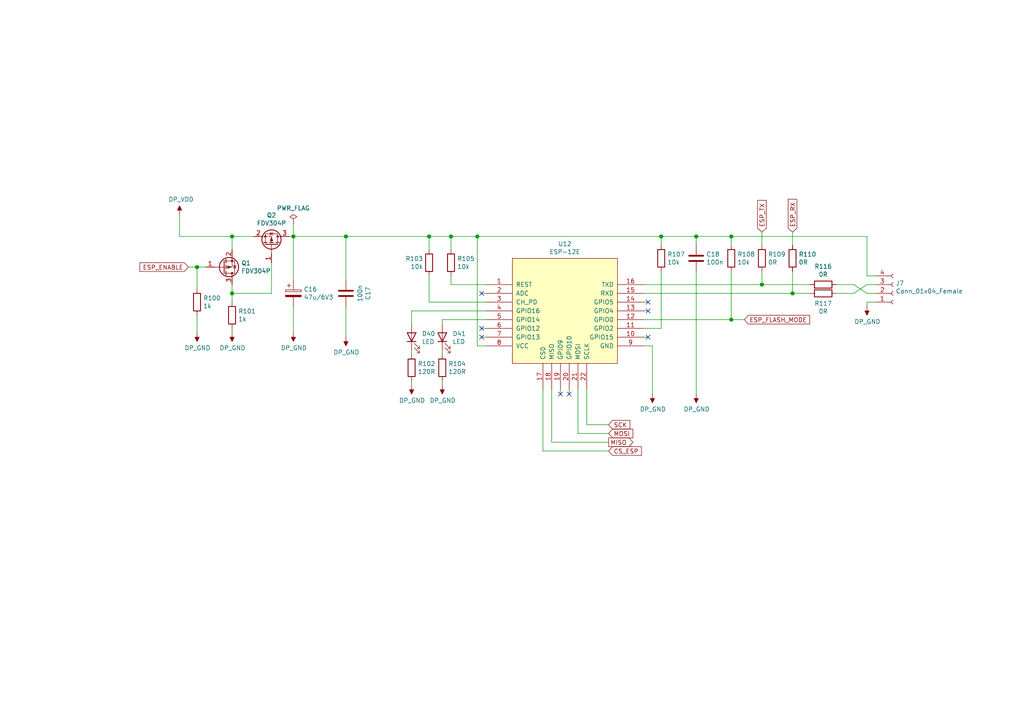
<source format=kicad_sch>
(kicad_sch (version 20210621) (generator eeschema)
  (paper "A4")
  (lib_symbols
    (symbol "Connector:Conn_01x04_Female" (pin_names (offset 1.016) hide)
      (property "Reference" "J" (at 0 5.08 0))
      (property "Value" "Conn_01x04_Female" (at 0 -7.62 0))
      (symbol "Conn_01x04_Female_1_1"
        (arc (start 0 -4.572) (end 0 -5.588) (radius (at 0 -5.08) (length 0.508) (angles 90.1 -90.1)) (stroke (width 0.1524)))
        (arc (start 0 -2.032) (end 0 -3.048) (radius (at 0 -2.54) (length 0.508) (angles 90.1 -90.1)) (stroke (width 0.1524)))
        (arc (start 0 0.508) (end 0 -0.508) (radius (at 0 0) (length 0.508) (angles 90.1 -90.1)) (stroke (width 0.1524)))
        (arc (start 0 3.048) (end 0 2.032) (radius (at 0 2.54) (length 0.508) (angles 90.1 -90.1)) (stroke (width 0.1524)))
        (polyline (pts (xy -1.27 -5.08) (xy -0.508 -5.08)) (stroke (width 0.1524)))
        (polyline (pts (xy -1.27 -2.54) (xy -0.508 -2.54)) (stroke (width 0.1524)))
        (polyline (pts (xy -1.27 0) (xy -0.508 0)) (stroke (width 0.1524)))
        (polyline (pts (xy -1.27 2.54) (xy -0.508 2.54)) (stroke (width 0.1524)))
        (pin passive line (at -5.08 2.54 0) (length 3.81) (name "Pin_1") (number "1"))
        (pin passive line (at -5.08 0 0) (length 3.81) (name "Pin_2") (number "2"))
        (pin passive line (at -5.08 -2.54 0) (length 3.81) (name "Pin_3") (number "3"))
        (pin passive line (at -5.08 -5.08 0) (length 3.81) (name "Pin_4") (number "4"))
      )
    )
    (symbol "Device:C" (pin_numbers hide) (pin_names (offset 0.254))
      (property "Reference" "C" (at 0.635 2.54 0))
      (property "Value" "C" (at 0.635 -2.54 0))
      (symbol "C_0_1"
        (polyline (pts (xy -2.032 -0.762) (xy 2.032 -0.762)) (stroke (width 0.508)))
        (polyline (pts (xy -2.032 0.762) (xy 2.032 0.762)) (stroke (width 0.508)))
      )
      (symbol "C_1_1"
        (pin passive line (at 0 3.81 270) (length 2.794) (name "~") (number "1"))
        (pin passive line (at 0 -3.81 90) (length 2.794) (name "~") (number "2"))
      )
    )
    (symbol "Device:CP" (pin_numbers hide) (pin_names (offset 0.254))
      (property "Reference" "C" (at 0.635 2.54 0))
      (property "Value" "CP" (at 0.635 -2.54 0))
      (symbol "CP_0_1"
        (rectangle (start -2.286 0.508) (end 2.286 1.016))
        (rectangle (start 2.286 -0.508) (end -2.286 -1.016) (fill (type outline)))
        (polyline (pts (xy -1.778 2.286) (xy -0.762 2.286)))
        (polyline (pts (xy -1.27 2.794) (xy -1.27 1.778)))
      )
      (symbol "CP_1_1"
        (pin passive line (at 0 3.81 270) (length 2.794) (name "~") (number "1"))
        (pin passive line (at 0 -3.81 90) (length 2.794) (name "~") (number "2"))
      )
    )
    (symbol "Device:LED" (pin_numbers hide) (pin_names (offset 1.016) hide)
      (property "Reference" "D" (at 0 2.54 0))
      (property "Value" "LED" (at 0 -2.54 0))
      (symbol "LED_0_1"
        (polyline (pts (xy -1.27 -1.27) (xy -1.27 1.27)) (stroke (width 0.254)))
        (polyline (pts (xy -1.27 0) (xy 1.27 0)))
        (polyline (pts (xy 1.27 -1.27) (xy 1.27 1.27) (xy -1.27 0) (xy 1.27 -1.27)) (stroke (width 0.254)))
        (polyline (pts (xy -3.048 -0.762) (xy -4.572 -2.286) (xy -3.81 -2.286) (xy -4.572 -2.286) (xy -4.572 -1.524)))
        (polyline (pts (xy -1.778 -0.762) (xy -3.302 -2.286) (xy -2.54 -2.286) (xy -3.302 -2.286) (xy -3.302 -1.524)))
      )
      (symbol "LED_1_1"
        (pin passive line (at -3.81 0 0) (length 2.54) (name "K") (number "1"))
        (pin passive line (at 3.81 0 180) (length 2.54) (name "A") (number "2"))
      )
    )
    (symbol "Device:Q_PMOS_GSD" (pin_names (offset 0) hide)
      (property "Reference" "Q" (at 5.08 1.27 0))
      (property "Value" "Q_PMOS_GSD" (at 5.08 -1.27 0))
      (symbol "Q_PMOS_GSD_0_1"
        (circle (center 1.651 0) (radius 2.794) (stroke (width 0.254)))
        (circle (center 2.54 -1.778) (radius 0.254) (fill (type outline)))
        (circle (center 2.54 1.778) (radius 0.254) (fill (type outline)))
        (polyline (pts (xy 0.254 0) (xy -2.54 0)))
        (polyline (pts (xy 0.254 1.905) (xy 0.254 -1.905)) (stroke (width 0.254)))
        (polyline (pts (xy 0.762 -1.27) (xy 0.762 -2.286)) (stroke (width 0.254)))
        (polyline (pts (xy 0.762 0.508) (xy 0.762 -0.508)) (stroke (width 0.254)))
        (polyline (pts (xy 0.762 2.286) (xy 0.762 1.27)) (stroke (width 0.254)))
        (polyline (pts (xy 2.54 2.54) (xy 2.54 1.778)))
        (polyline (pts (xy 2.54 -2.54) (xy 2.54 0) (xy 0.762 0)))
        (polyline (pts (xy 0.762 1.778) (xy 3.302 1.778) (xy 3.302 -1.778) (xy 0.762 -1.778)))
        (polyline (pts (xy 2.794 -0.508) (xy 2.921 -0.381) (xy 3.683 -0.381) (xy 3.81 -0.254)))
        (polyline (pts (xy 3.302 -0.381) (xy 2.921 0.254) (xy 3.683 0.254) (xy 3.302 -0.381)))
        (polyline (pts (xy 2.286 0) (xy 1.27 0.381) (xy 1.27 -0.381) (xy 2.286 0)) (fill (type outline)))
      )
      (symbol "Q_PMOS_GSD_1_1"
        (pin input line (at -5.08 0 0) (length 2.54) (name "G") (number "1"))
        (pin passive line (at 2.54 -5.08 90) (length 2.54) (name "S") (number "2"))
        (pin passive line (at 2.54 5.08 270) (length 2.54) (name "D") (number "3"))
      )
    )
    (symbol "Device:R" (pin_numbers hide) (pin_names (offset 0))
      (property "Reference" "R" (at 2.032 0 90))
      (property "Value" "R" (at 0 0 90))
      (symbol "R_0_1"
        (rectangle (start -1.016 -2.54) (end 1.016 2.54) (stroke (width 0.254)))
      )
      (symbol "R_1_1"
        (pin passive line (at 0 3.81 270) (length 1.27) (name "~") (number "1"))
        (pin passive line (at 0 -3.81 90) (length 1.27) (name "~") (number "2"))
      )
    )
    (symbol "ESP8266:ESP-12E" (pin_names (offset 1.016))
      (property "Reference" "U" (at 0 -2.54 0))
      (property "Value" "ESP-12E" (at 0 2.54 0))
      (symbol "ESP-12E_1_0"
        (rectangle (start -15.24 -15.24) (end 15.24 15.24) (fill (type background)))
      )
      (symbol "ESP-12E_1_1"
        (pin input line (at -22.86 7.62 0) (length 7.62) (name "REST") (number "1"))
        (pin bidirectional line (at 22.86 -7.62 180) (length 7.62) (name "GPIO15") (number "10"))
        (pin bidirectional line (at 22.86 -5.08 180) (length 7.62) (name "GPIO2") (number "11"))
        (pin bidirectional line (at 22.86 -2.54 180) (length 7.62) (name "GPIO0") (number "12"))
        (pin bidirectional line (at 22.86 0 180) (length 7.62) (name "GPIO4") (number "13"))
        (pin bidirectional line (at 22.86 2.54 180) (length 7.62) (name "GPIO5") (number "14"))
        (pin input line (at 22.86 5.08 180) (length 7.62) (name "RXD") (number "15"))
        (pin output line (at 22.86 7.62 180) (length 7.62) (name "TXD") (number "16"))
        (pin bidirectional line (at -6.35 -22.86 90) (length 7.62) (name "CS0") (number "17"))
        (pin bidirectional line (at -3.81 -22.86 90) (length 7.62) (name "MISO") (number "18"))
        (pin bidirectional line (at -1.27 -22.86 90) (length 7.62) (name "GPIO9") (number "19"))
        (pin passive line (at -22.86 5.08 0) (length 7.62) (name "ADC") (number "2"))
        (pin bidirectional line (at 1.27 -22.86 90) (length 7.62) (name "GPIO10") (number "20"))
        (pin bidirectional line (at 3.81 -22.86 90) (length 7.62) (name "MOSI") (number "21"))
        (pin bidirectional line (at 6.35 -22.86 90) (length 7.62) (name "SCLK") (number "22"))
        (pin input line (at -22.86 2.54 0) (length 7.62) (name "CH_PD") (number "3"))
        (pin bidirectional line (at -22.86 0 0) (length 7.62) (name "GPIO16") (number "4"))
        (pin bidirectional line (at -22.86 -2.54 0) (length 7.62) (name "GPIO14") (number "5"))
        (pin bidirectional line (at -22.86 -5.08 0) (length 7.62) (name "GPIO12") (number "6"))
        (pin bidirectional line (at -22.86 -7.62 0) (length 7.62) (name "GPIO13") (number "7"))
        (pin power_in line (at -22.86 -10.16 0) (length 7.62) (name "VCC") (number "8"))
        (pin power_in line (at 22.86 -10.16 180) (length 7.62) (name "GND") (number "9"))
      )
    )
    (symbol "Electroencephalograph:DP_GND" (pin_names (offset 0))
      (property "Value" "DP_GND" (at 0 -3.81 0))
      (symbol "DP_GND_1_1"
        (polyline (pts (xy 0 0) (xy 0 -1.27)))
        (polyline (pts (xy 0 -1.27) (xy -0.635 -1.27) (xy 0 -2.54) (xy 0.635 -1.27) (xy 0 -1.27)) (fill (type outline)))
        (pin power_in line (at 0 0 270) (length 0) hide (name "DP_GND") (number "1"))
      )
    )
    (symbol "Electroencephalograph:DP_VDD" (pin_names (offset 0))
      (property "Value" "DP_VDD" (at 0 3.175 0))
      (symbol "DP_VDD_1_1"
        (polyline (pts (xy 0 0) (xy 0 1.27)))
        (polyline (pts (xy 0 1.27) (xy 0.635 1.27) (xy 0 2.54) (xy -0.635 1.27) (xy 0 1.27)) (fill (type outline)))
        (pin power_in line (at 0 0 90) (length 0) hide (name "DP_VDD") (number "1"))
      )
    )
    (symbol "power:PWR_FLAG" (power) (pin_numbers hide) (pin_names (offset 0) hide)
      (property "Value" "PWR_FLAG" (at 0 3.81 0))
      (symbol "PWR_FLAG_0_0"
        (pin power_out line (at 0 0 90) (length 0) (name "pwr") (number "1"))
      )
      (symbol "PWR_FLAG_0_1"
        (polyline (pts (xy 0 0) (xy 0 1.27) (xy -1.016 1.905) (xy 0 2.54) (xy 1.016 1.905) (xy 0 1.27)))
      )
    )
  )
  (junction (at 57.15 77.47) (diameter 1.016))
  (junction (at 67.31 68.58) (diameter 1.016))
  (junction (at 67.31 85.09) (diameter 1.016))
  (junction (at 85.09 68.58) (diameter 1.016))
  (junction (at 100.33 68.58) (diameter 1.016))
  (junction (at 124.46 68.58) (diameter 1.016))
  (junction (at 130.81 68.58) (diameter 1.016))
  (junction (at 138.43 68.58) (diameter 1.016))
  (junction (at 191.77 68.58) (diameter 1.016))
  (junction (at 201.93 68.58) (diameter 1.016))
  (junction (at 212.09 68.58) (diameter 1.016))
  (junction (at 212.09 92.71) (diameter 1.016))
  (junction (at 220.98 82.55) (diameter 1.016))
  (junction (at 229.87 85.09) (diameter 1.016))
  (no_connect (at 139.7 85.09))
  (no_connect (at 139.7 95.25))
  (no_connect (at 139.7 97.79))
  (no_connect (at 162.56 114.3))
  (no_connect (at 165.1 114.3))
  (no_connect (at 187.96 87.63))
  (no_connect (at 187.96 90.17))
  (no_connect (at 187.96 97.79))
  (wire (pts (xy 52.07 68.58) (xy 52.07 62.23)))
  (wire (pts (xy 57.15 77.47) (xy 54.61 77.47)))
  (wire (pts (xy 57.15 77.47) (xy 59.69 77.47)))
  (wire (pts (xy 57.15 83.82) (xy 57.15 77.47)))
  (wire (pts (xy 57.15 91.44) (xy 57.15 96.52)))
  (wire (pts (xy 67.31 68.58) (xy 52.07 68.58)))
  (wire (pts (xy 67.31 68.58) (xy 67.31 72.39)))
  (wire (pts (xy 67.31 82.55) (xy 67.31 85.09)))
  (wire (pts (xy 67.31 85.09) (xy 67.31 87.63)))
  (wire (pts (xy 67.31 85.09) (xy 78.74 85.09)))
  (wire (pts (xy 67.31 95.25) (xy 67.31 96.52)))
  (wire (pts (xy 73.66 68.58) (xy 67.31 68.58)))
  (wire (pts (xy 78.74 76.2) (xy 78.74 85.09)))
  (wire (pts (xy 83.82 68.58) (xy 85.09 68.58)))
  (wire (pts (xy 85.09 64.77) (xy 85.09 68.58)))
  (wire (pts (xy 85.09 68.58) (xy 85.09 81.28)))
  (wire (pts (xy 85.09 68.58) (xy 100.33 68.58)))
  (wire (pts (xy 85.09 96.52) (xy 85.09 88.9)))
  (wire (pts (xy 100.33 68.58) (xy 100.33 81.28)))
  (wire (pts (xy 100.33 68.58) (xy 124.46 68.58)))
  (wire (pts (xy 100.33 97.79) (xy 100.33 88.9)))
  (wire (pts (xy 119.38 90.17) (xy 119.38 93.98)))
  (wire (pts (xy 119.38 101.6) (xy 119.38 102.87)))
  (wire (pts (xy 119.38 111.76) (xy 119.38 110.49)))
  (wire (pts (xy 124.46 68.58) (xy 124.46 72.39)))
  (wire (pts (xy 124.46 87.63) (xy 124.46 80.01)))
  (wire (pts (xy 128.27 92.71) (xy 128.27 93.98)))
  (wire (pts (xy 128.27 101.6) (xy 128.27 102.87)))
  (wire (pts (xy 128.27 111.76) (xy 128.27 110.49)))
  (wire (pts (xy 130.81 68.58) (xy 124.46 68.58)))
  (wire (pts (xy 130.81 68.58) (xy 130.81 72.39)))
  (wire (pts (xy 130.81 82.55) (xy 130.81 80.01)))
  (wire (pts (xy 138.43 68.58) (xy 130.81 68.58)))
  (wire (pts (xy 138.43 68.58) (xy 191.77 68.58)))
  (wire (pts (xy 138.43 100.33) (xy 138.43 68.58)))
  (wire (pts (xy 140.97 82.55) (xy 130.81 82.55)))
  (wire (pts (xy 140.97 85.09) (xy 139.7 85.09)))
  (wire (pts (xy 140.97 87.63) (xy 124.46 87.63)))
  (wire (pts (xy 140.97 90.17) (xy 119.38 90.17)))
  (wire (pts (xy 140.97 92.71) (xy 128.27 92.71)))
  (wire (pts (xy 140.97 95.25) (xy 139.7 95.25)))
  (wire (pts (xy 140.97 97.79) (xy 139.7 97.79)))
  (wire (pts (xy 140.97 100.33) (xy 138.43 100.33)))
  (wire (pts (xy 157.48 130.81) (xy 157.48 113.03)))
  (wire (pts (xy 160.02 128.27) (xy 160.02 113.03)))
  (wire (pts (xy 162.56 113.03) (xy 162.56 114.3)))
  (wire (pts (xy 165.1 113.03) (xy 165.1 114.3)))
  (wire (pts (xy 167.64 125.73) (xy 167.64 113.03)))
  (wire (pts (xy 170.18 123.19) (xy 170.18 113.03)))
  (wire (pts (xy 176.53 123.19) (xy 170.18 123.19)))
  (wire (pts (xy 176.53 125.73) (xy 167.64 125.73)))
  (wire (pts (xy 176.53 128.27) (xy 160.02 128.27)))
  (wire (pts (xy 176.53 130.81) (xy 157.48 130.81)))
  (wire (pts (xy 186.69 82.55) (xy 220.98 82.55)))
  (wire (pts (xy 186.69 85.09) (xy 229.87 85.09)))
  (wire (pts (xy 186.69 87.63) (xy 187.96 87.63)))
  (wire (pts (xy 186.69 90.17) (xy 187.96 90.17)))
  (wire (pts (xy 186.69 92.71) (xy 212.09 92.71)))
  (wire (pts (xy 186.69 95.25) (xy 191.77 95.25)))
  (wire (pts (xy 186.69 97.79) (xy 187.96 97.79)))
  (wire (pts (xy 186.69 100.33) (xy 189.23 100.33)))
  (wire (pts (xy 189.23 100.33) (xy 189.23 114.3)))
  (wire (pts (xy 191.77 68.58) (xy 191.77 71.12)))
  (wire (pts (xy 191.77 68.58) (xy 201.93 68.58)))
  (wire (pts (xy 191.77 95.25) (xy 191.77 78.74)))
  (wire (pts (xy 201.93 68.58) (xy 212.09 68.58)))
  (wire (pts (xy 201.93 71.12) (xy 201.93 68.58)))
  (wire (pts (xy 201.93 114.3) (xy 201.93 78.74)))
  (wire (pts (xy 212.09 68.58) (xy 212.09 71.12)))
  (wire (pts (xy 212.09 68.58) (xy 251.46 68.58)))
  (wire (pts (xy 212.09 78.74) (xy 212.09 92.71)))
  (wire (pts (xy 212.09 92.71) (xy 215.9 92.71)))
  (wire (pts (xy 220.98 71.12) (xy 220.98 67.31)))
  (wire (pts (xy 220.98 78.74) (xy 220.98 82.55)))
  (wire (pts (xy 220.98 82.55) (xy 234.95 82.55)))
  (wire (pts (xy 229.87 71.12) (xy 229.87 67.31)))
  (wire (pts (xy 229.87 85.09) (xy 229.87 78.74)))
  (wire (pts (xy 229.87 85.09) (xy 234.95 85.09)))
  (wire (pts (xy 242.57 82.55) (xy 247.65 82.55)))
  (wire (pts (xy 242.57 85.09) (xy 247.65 85.09)))
  (wire (pts (xy 247.65 85.09) (xy 251.46 82.55)))
  (wire (pts (xy 251.46 68.58) (xy 251.46 80.01)))
  (wire (pts (xy 251.46 82.55) (xy 254 82.55)))
  (wire (pts (xy 251.46 85.09) (xy 247.65 82.55)))
  (wire (pts (xy 251.46 85.09) (xy 254 85.09)))
  (wire (pts (xy 251.46 87.63) (xy 251.46 88.9)))
  (wire (pts (xy 254 80.01) (xy 251.46 80.01)))
  (wire (pts (xy 254 87.63) (xy 251.46 87.63)))
  (global_label "ESP_ENABLE" (shape input) (at 54.61 77.47 180) (property "Intersheet References" "${INTERSHEET_REFS}" (effects hide)))
  (global_label "SCK" (shape input) (at 176.53 123.19 0) (property "Intersheet References" "${INTERSHEET_REFS}" (effects hide)))
  (global_label "MOSI" (shape input) (at 176.53 125.73 0) (property "Intersheet References" "${INTERSHEET_REFS}" (effects hide)))
  (global_label "MISO" (shape output) (at 176.53 128.27 0) (property "Intersheet References" "${INTERSHEET_REFS}" (effects hide)))
  (global_label "CS_ESP" (shape input) (at 176.53 130.81 0) (property "Intersheet References" "${INTERSHEET_REFS}" (effects hide)))
  (global_label "ESP_FLASH_MODE" (shape input) (at 215.9 92.71 0) (property "Intersheet References" "${INTERSHEET_REFS}" (effects hide)))
  (global_label "ESP_TX" (shape input) (at 220.98 67.31 90) (property "Intersheet References" "${INTERSHEET_REFS}" (effects hide)))
  (global_label "ESP_RX" (shape input) (at 229.87 67.31 90) (property "Intersheet References" "${INTERSHEET_REFS}" (effects hide)))
  (symbol (lib_id "Electroencephalograph:DP_VDD") (at 52.07 62.23 0) (unit 1)
    (property "Reference" "#PWR220" (effects hide))
    (property "Value" "DP_VDD" (at 52.5018 57.8358 0))
  )
  (symbol (lib_id "Electroencephalograph:DP_GND") (at 57.15 96.52 0)
    (property "Reference" "#PWR221" (effects hide))
    (property "Value" "DP_GND" (at 57.277 100.9142 0))
  )
  (symbol (lib_id "Electroencephalograph:DP_GND") (at 67.31 96.52 0)
    (property "Reference" "#PWR222" (effects hide))
    (property "Value" "DP_GND" (at 67.437 100.9142 0))
  )
  (symbol (lib_id "Electroencephalograph:DP_GND") (at 85.09 96.52 0)
    (property "Reference" "#PWR223" (effects hide))
    (property "Value" "DP_GND" (at 85.217 100.9142 0))
  )
  (symbol (lib_id "Electroencephalograph:DP_GND") (at 100.33 97.79 0)
    (property "Reference" "#PWR224" (effects hide))
    (property "Value" "DP_GND" (at 100.457 102.1842 0))
  )
  (symbol (lib_id "Electroencephalograph:DP_GND") (at 119.38 111.76 0)
    (property "Reference" "#PWR225" (effects hide))
    (property "Value" "DP_GND" (at 119.507 116.1542 0))
  )
  (symbol (lib_id "Electroencephalograph:DP_GND") (at 128.27 111.76 0)
    (property "Reference" "#PWR226" (effects hide))
    (property "Value" "DP_GND" (at 128.397 116.1542 0))
  )
  (symbol (lib_id "Electroencephalograph:DP_GND") (at 189.23 114.3 0)
    (property "Reference" "#PWR227" (effects hide))
    (property "Value" "DP_GND" (at 189.357 118.6942 0))
  )
  (symbol (lib_id "Electroencephalograph:DP_GND") (at 201.93 114.3 0)
    (property "Reference" "#PWR228" (effects hide))
    (property "Value" "DP_GND" (at 202.057 118.6942 0))
  )
  (symbol (lib_id "Electroencephalograph:DP_GND") (at 251.46 88.9 0)
    (property "Reference" "#PWR231" (effects hide))
    (property "Value" "DP_GND" (at 251.587 93.2942 0))
  )
  (symbol (lib_id "power:PWR_FLAG") (at 85.09 64.77 0) (unit 1)
    (property "Reference" "#FLG03" (effects hide))
    (property "Value" "PWR_FLAG" (at 85.09 60.3758 0))
  )
  (symbol (lib_id "Device:R") (at 57.15 87.63 0)
    (property "Reference" "R100" (at 58.928 86.4616 0) (effects (justify left)))
    (property "Value" "1k" (at 58.928 88.773 0) (effects (justify left)))
    (property "Footprint" "Resistor_SMD:R_0402_1005Metric" (effects hide))
  )
  (symbol (lib_id "Device:R") (at 67.31 91.44 0)
    (property "Reference" "R101" (at 69.088 90.2716 0) (effects (justify left)))
    (property "Value" "1k" (at 69.088 92.583 0) (effects (justify left)))
    (property "Footprint" "Resistor_SMD:R_0402_1005Metric" (effects hide))
  )
  (symbol (lib_id "Device:R") (at 119.38 106.68 0)
    (property "Reference" "R102" (at 121.158 105.5116 0) (effects (justify left)))
    (property "Value" "120R" (at 121.158 107.823 0) (effects (justify left)))
    (property "Footprint" "Resistor_SMD:R_0402_1005Metric" (effects hide))
  )
  (symbol (lib_id "Device:R") (at 124.46 76.2 0)
    (property "Reference" "R103" (at 122.7074 75.0316 0) (effects (justify right)))
    (property "Value" "10k" (at 122.7074 77.343 0) (effects (justify right)))
    (property "Footprint" "Resistor_SMD:R_0402_1005Metric" (effects hide))
  )
  (symbol (lib_id "Device:R") (at 128.27 106.68 0)
    (property "Reference" "R104" (at 130.048 105.5116 0) (effects (justify left)))
    (property "Value" "120R" (at 130.048 107.823 0) (effects (justify left)))
    (property "Footprint" "Resistor_SMD:R_0402_1005Metric" (effects hide))
  )
  (symbol (lib_id "Device:R") (at 130.81 76.2 0)
    (property "Reference" "R105" (at 132.588 75.0316 0) (effects (justify left)))
    (property "Value" "10k" (at 132.588 77.343 0) (effects (justify left)))
    (property "Footprint" "Resistor_SMD:R_0402_1005Metric" (effects hide))
  )
  (symbol (lib_id "Device:R") (at 191.77 74.93 0)
    (property "Reference" "R107" (at 193.548 73.7616 0) (effects (justify left)))
    (property "Value" "10k" (at 193.548 76.073 0) (effects (justify left)))
    (property "Footprint" "Resistor_SMD:R_0402_1005Metric" (effects hide))
  )
  (symbol (lib_id "Device:R") (at 212.09 74.93 0)
    (property "Reference" "R108" (at 213.868 73.7616 0) (effects (justify left)))
    (property "Value" "10k" (at 213.868 76.073 0) (effects (justify left)))
    (property "Footprint" "Resistor_SMD:R_0402_1005Metric" (effects hide))
  )
  (symbol (lib_id "Device:R") (at 220.98 74.93 0)
    (property "Reference" "R109" (at 222.758 73.7616 0) (effects (justify left)))
    (property "Value" "0R" (at 222.758 76.073 0) (effects (justify left)))
    (property "Footprint" "Resistor_SMD:R_0402_1005Metric" (effects hide))
  )
  (symbol (lib_id "Device:R") (at 229.87 74.93 0)
    (property "Reference" "R110" (at 231.648 73.7616 0) (effects (justify left)))
    (property "Value" "0R" (at 231.648 76.073 0) (effects (justify left)))
    (property "Footprint" "Resistor_SMD:R_0402_1005Metric" (effects hide))
  )
  (symbol (lib_id "Device:R") (at 238.76 82.55 270)
    (property "Reference" "R116" (at 238.76 77.2922 90))
    (property "Value" "0R" (at 238.76 79.6036 90))
    (property "Footprint" "Resistor_SMD:R_0402_1005Metric" (effects hide))
  )
  (symbol (lib_id "Device:R") (at 238.76 85.09 270)
    (property "Reference" "R117" (at 238.76 88.011 90))
    (property "Value" "0R" (at 238.76 90.3224 90))
    (property "Footprint" "Resistor_SMD:R_0402_1005Metric" (effects hide))
  )
  (symbol (lib_id "Device:LED") (at 119.38 97.79 90)
    (property "Reference" "D40" (at 122.3518 96.7994 90) (effects (justify right)))
    (property "Value" "LED" (at 122.3518 99.1108 90) (effects (justify right)))
    (property "Footprint" "LED_SMD:LED_0402_1005Metric" (effects hide))
  )
  (symbol (lib_id "Device:LED") (at 128.27 97.79 90)
    (property "Reference" "D41" (at 131.2418 96.7994 90) (effects (justify right)))
    (property "Value" "LED" (at 131.2418 99.1108 90) (effects (justify right)))
    (property "Footprint" "LED_SMD:LED_0402_1005Metric" (effects hide))
  )
  (symbol (lib_id "Device:CP") (at 85.09 85.09 0)
    (property "Reference" "C16" (at 88.0872 83.9216 0) (effects (justify left)))
    (property "Value" "47u/6V3" (at 88.0872 86.233 0) (effects (justify left)))
    (property "Footprint" "Capacitor_Tantalum_SMD:CP_EIA-3528-21_Kemet-B" (effects hide))
  )
  (symbol (lib_id "Device:C") (at 100.33 85.09 0)
    (property "Reference" "C17" (at 106.7308 85.09 90))
    (property "Value" "100n" (at 104.4194 85.09 90))
    (property "Footprint" "Capacitor_SMD:C_0402_1005Metric" (effects hide))
  )
  (symbol (lib_id "Device:C") (at 201.93 74.93 0)
    (property "Reference" "C18" (at 204.851 73.7616 0) (effects (justify left)))
    (property "Value" "100n" (at 204.851 76.073 0) (effects (justify left)))
    (property "Footprint" "Capacitor_SMD:C_0402_1005Metric" (effects hide))
  )
  (symbol (lib_id "Connector:Conn_01x04_Female") (at 259.08 85.09 0) (mirror x)
    (property "Reference" "J7" (at 259.7912 82.1436 0) (effects (justify left)))
    (property "Value" "Conn_01x04_Female" (at 259.7912 84.455 0) (effects (justify left)))
    (property "Footprint" "Connector_PinHeader_2.54mm:PinHeader_1x04_P2.54mm_Vertical" (effects hide))
  )
  (symbol (lib_id "Device:Q_PMOS_GSD") (at 64.77 77.47 0) (mirror x) (unit 1)
    (property "Reference" "Q1" (at 69.977 76.3016 0) (effects (justify left)))
    (property "Value" "FDV304P" (at 69.977 78.613 0) (effects (justify left)))
    (property "Footprint" "Package_TO_SOT_SMD:SOT-23" (effects hide))
    (property "Datasheet" "https://www.tme.eu/Document/ac19ef9dcb7c8350177895b6b37394d9/FDV304P.pdf" (effects hide))
  )
  (symbol (lib_id "Device:Q_PMOS_GSD") (at 78.74 71.12 270) (mirror x) (unit 1)
    (property "Reference" "Q2" (at 78.74 62.4332 90))
    (property "Value" "FDV304P" (at 78.74 64.7446 90))
    (property "Footprint" "Package_TO_SOT_SMD:SOT-23" (effects hide))
    (property "Datasheet" "https://www.tme.eu/Document/ac19ef9dcb7c8350177895b6b37394d9/FDV304P.pdf" (effects hide))
  )
  (symbol (lib_id "ESP8266:ESP-12E") (at 163.83 90.17 0) (unit 1)
    (property "Reference" "U12" (at 163.83 70.739 0))
    (property "Value" "ESP-12E" (at 163.83 73.0504 0))
    (property "Footprint" "ESP8266:ESP-12E" (effects hide))
    (property "Datasheet" "http://l0l.org.uk/2014/12/esp8266-modules-hardware-guide-gotta-catch-em-all/" (effects hide))
  )
)
</source>
